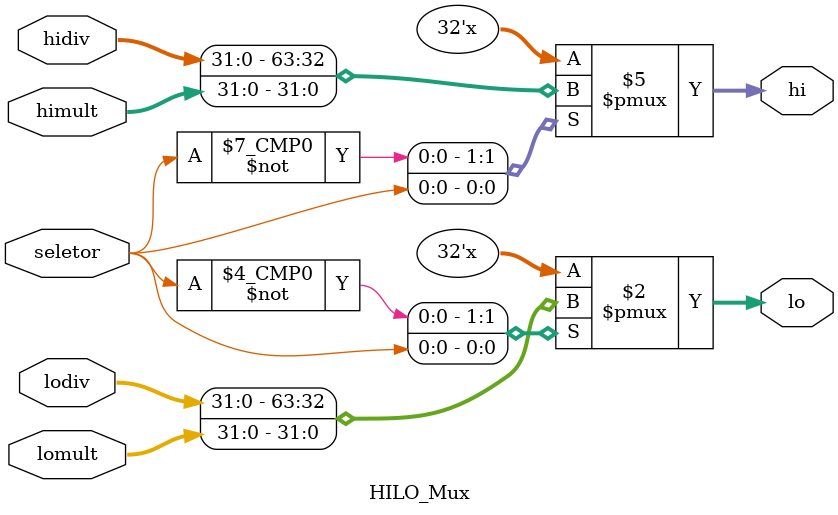
<source format=v>
module HILO_Mux(seletor, hidiv, lodiv, himult, lomult, hi, lo);

	input wire seletor;
	input wire [31:0] hidiv, lodiv, himult, lomult;
	output reg [31:0] hi, lo;
	
	always @(seletor) begin	
		case(seletor)
			1'b0: begin
				hi = hidiv;
				lo = lodiv;
			end
			1'b1: begin
				hi = himult;
				lo = lomult;
			end
		endcase
	end
	
endmodule 
</source>
